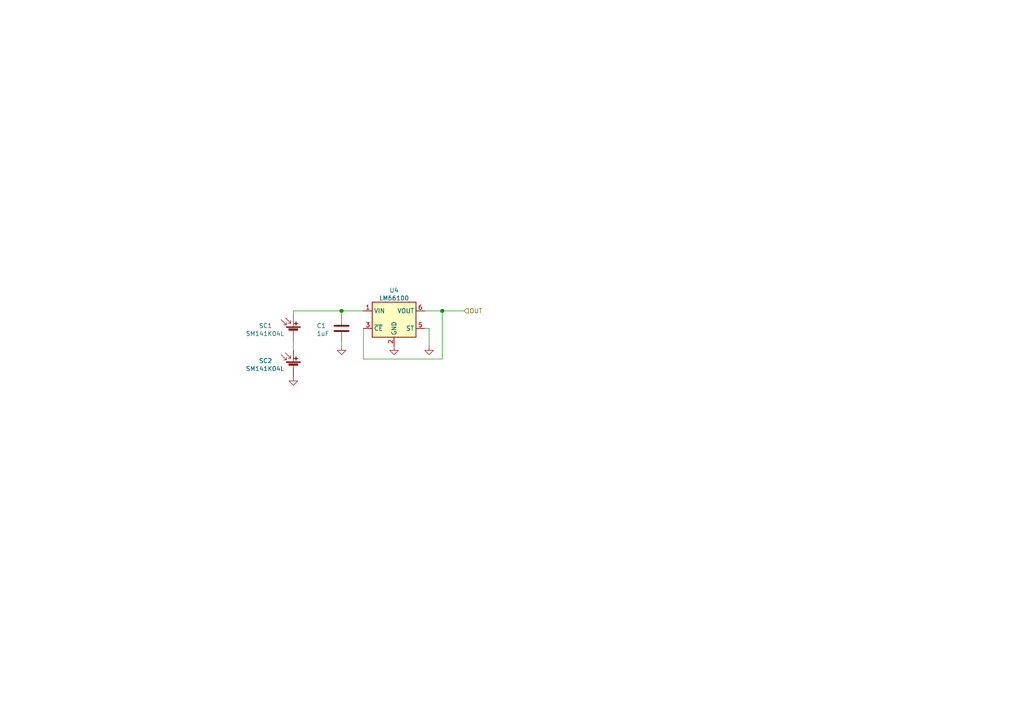
<source format=kicad_sch>
(kicad_sch (version 20210406) (generator eeschema)
  (paper "A4")
  (title_block (title "BUCube - Solar module Z") (date "2021-06-01") (rev "v1.0") (company "VUT") (comment 1 "Author: Petr Malaník"))
  (lib_symbols
    (symbol "Device:C" (pin_numbers hide) (pin_names (offset 0.254))
      (property "Reference" "C" (at 0.635 2.54 0))
      (property "Value" "C" (at 0.635 -2.54 0))
      (symbol "C_0_1"
        (polyline (pts (xy -2.032 -0.762) (xy 2.032 -0.762)) (stroke (width 0.508)))
        (polyline (pts (xy -2.032 0.762) (xy 2.032 0.762)) (stroke (width 0.508)))
      )
      (symbol "C_1_1"
        (pin passive line (at 0 3.81 270) (length 2.794) (name "~") (number "1"))
        (pin passive line (at 0 -3.81 90) (length 2.794) (name "~") (number "2"))
      )
    )
    (symbol "Device:Solar_Cell" (pin_numbers hide) (pin_names (offset 0) hide)
      (property "Reference" "SC" (at 2.54 2.54 0))
      (property "Value" "Solar_Cell" (at 2.54 0 0))
      (symbol "Solar_Cell_0_1"
        (rectangle (start -2.032 1.778) (end 2.032 1.524) (fill (type outline)))
        (rectangle (start -1.3208 1.1938) (end 1.27 0.6858) (fill (type outline)))
        (polyline (pts (xy -2.032 2.286) (xy -3.556 3.81)))
        (polyline (pts (xy -0.762 2.794) (xy -2.286 4.318)))
        (polyline (pts (xy 0 0.762) (xy 0 0)))
        (polyline (pts (xy 0 1.778) (xy 0 2.54)))
        (polyline (pts (xy 0.254 2.667) (xy 1.27 2.667)) (stroke (width 0.254)))
        (polyline (pts (xy 0.762 3.175) (xy 0.762 2.159)) (stroke (width 0.254)))
        (polyline (pts (xy -2.032 3.048) (xy -2.032 2.286) (xy -2.794 2.286)))
        (polyline (pts (xy -0.762 3.556) (xy -0.762 2.794) (xy -1.524 2.794)))
      )
      (symbol "Solar_Cell_1_1"
        (pin passive line (at 0 5.08 270) (length 2.54) (name "+") (number "1"))
        (pin passive line (at 0 -2.54 90) (length 2.54) (name "-") (number "2"))
      )
    )
    (symbol "TCY_power_management:LM66100"
      (property "Reference" "U" (at 0 6.35 0))
      (property "Value" "LM66100" (at 0 8.89 0))
      (symbol "LM66100_0_1"
        (rectangle (start -6.35 5.08) (end 6.35 -5.08) (stroke (width 0.254)) (fill (type background)))
      )
      (symbol "LM66100_1_1"
        (pin power_in line (at -8.89 2.54 0) (length 2.54) (name "VIN") (number "1"))
        (pin passive line (at 0 -7.62 90) (length 2.54) (name "GND") (number "2"))
        (pin input line (at -8.89 -2.54 0) (length 2.54) (name "~CE") (number "3"))
        (pin output line (at 8.89 -2.54 180) (length 2.54) (name "ST") (number "5"))
        (pin power_out line (at 8.89 2.54 180) (length 2.54) (name "VOUT") (number "6"))
      )
    )
    (symbol "power:GND" (power) (pin_names (offset 0))
      (property "Value" "GND" (at 0 -3.81 0))
      (symbol "GND_0_1"
        (polyline (pts (xy 0 0) (xy 0 -1.27) (xy 1.27 -1.27) (xy 0 -2.54) (xy -1.27 -1.27) (xy 0 -1.27)))
      )
      (symbol "GND_1_1"
        (pin power_in line (at 0 0 270) (length 0) hide (name "GND") (number "1"))
      )
    )
  )
  (junction (at 99.06 90.17) (diameter 1.016))
  (junction (at 128.27 90.17) (diameter 1.016))
  (wire (pts (xy 85.09 90.17) (xy 85.09 91.44)))
  (wire (pts (xy 85.09 90.17) (xy 99.06 90.17)))
  (wire (pts (xy 85.09 99.06) (xy 85.09 101.6)))
  (wire (pts (xy 99.06 90.17) (xy 99.06 91.44)))
  (wire (pts (xy 99.06 90.17) (xy 105.41 90.17)))
  (wire (pts (xy 99.06 99.06) (xy 99.06 100.33)))
  (wire (pts (xy 105.41 95.25) (xy 105.41 104.14)))
  (wire (pts (xy 105.41 104.14) (xy 128.27 104.14)))
  (wire (pts (xy 124.46 95.25) (xy 123.19 95.25)))
  (wire (pts (xy 124.46 100.33) (xy 124.46 95.25)))
  (wire (pts (xy 128.27 90.17) (xy 123.19 90.17)))
  (wire (pts (xy 128.27 90.17) (xy 134.62 90.17)))
  (wire (pts (xy 128.27 104.14) (xy 128.27 90.17)))
  (hierarchical_label "OUT" (shape input) (at 134.62 90.17 0))
  (symbol (lib_id "power:GND") (at 85.09 109.22 0)
    (property "Reference" "#PWR0137" (effects hide))
    (property "Value" "GND" (effects hide))
  )
  (symbol (lib_id "power:GND") (at 99.06 100.33 0)
    (property "Reference" "#PWR0140" (effects hide))
    (property "Value" "GND" (effects hide))
  )
  (symbol (lib_id "power:GND") (at 114.3 100.33 0)
    (property "Reference" "#PWR0139" (effects hide))
    (property "Value" "GND" (effects hide))
  )
  (symbol (lib_id "power:GND") (at 124.46 100.33 0)
    (property "Reference" "#PWR0138" (effects hide))
    (property "Value" "GND" (effects hide))
  )
  (symbol (lib_id "Device:C") (at 99.06 95.25 0)
    (property "Reference" "C1" (at 91.8211 94.4891 0) (effects (justify left)))
    (property "Value" "1uF" (at 91.8211 96.7878 0) (effects (justify left)))
    (property "Footprint" "Capacitor_SMD:C_0603_1608Metric" (effects hide))
  )
  (symbol (lib_id "Device:Solar_Cell") (at 85.09 96.52 0)
    (property "Reference" "SC1" (at 75.0571 94.4891 0) (effects (justify left)))
    (property "Value" "SM141K04L" (at 71.2471 96.7878 0) (effects (justify left)))
    (property "Footprint" "TCY_solar:SM141K04L" (effects hide))
  )
  (symbol (lib_id "Device:Solar_Cell") (at 85.09 106.68 0)
    (property "Reference" "SC2" (at 75.0571 104.6491 0) (effects (justify left)))
    (property "Value" "SM141K04L" (at 71.2471 106.9478 0) (effects (justify left)))
    (property "Footprint" "TCY_solar:SM141K04L" (effects hide))
  )
  (symbol (lib_id "TCY_power_management:LM66100") (at 114.3 92.71 0)
    (property "Reference" "U4" (at 114.3 84.1968 0))
    (property "Value" "LM66100" (at 114.3 86.4955 0))
    (property "Footprint" "Package_TO_SOT_SMD:SOT-363_SC-70-6" (effects hide))
    (property "Datasheet" "https://www.ti.com/lit/ds/symlink/lm66100.pdf?ts=1611216893994&ref_url=https%253A%252F%252Fwww.google.com%252F" (effects hide))
  )
)
</source>
